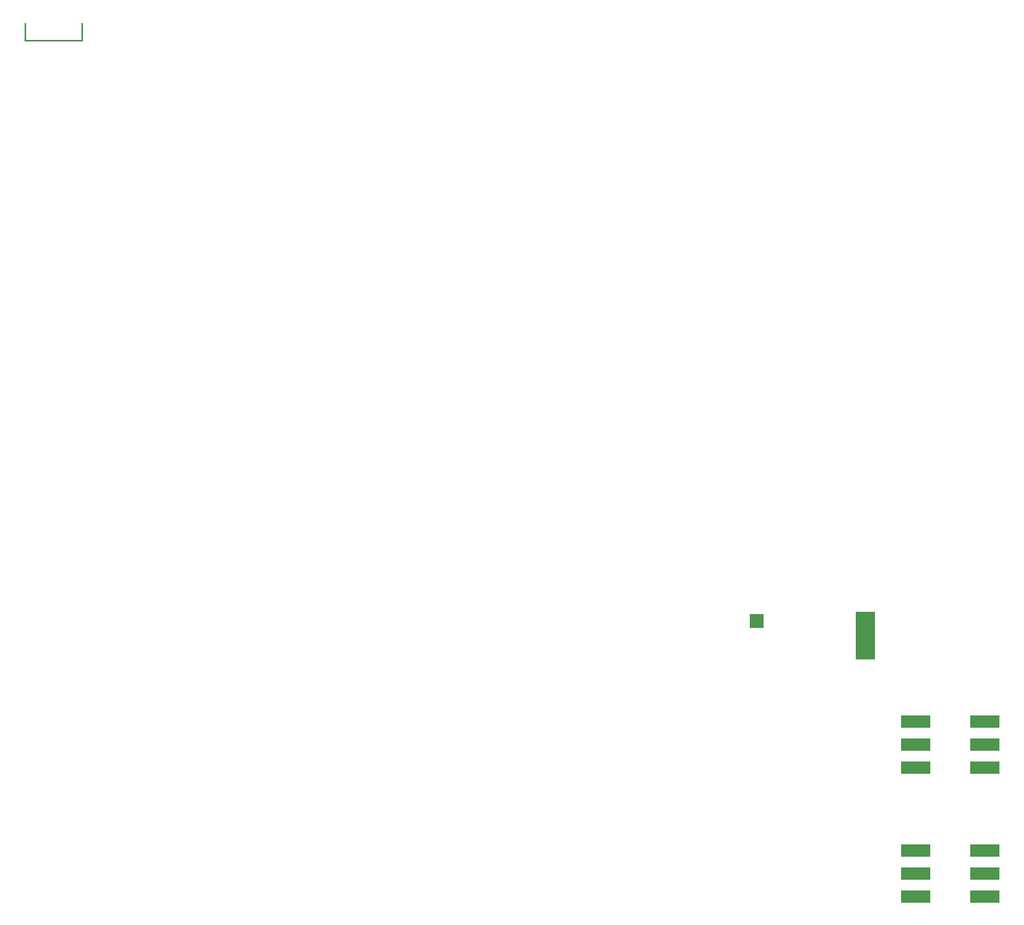
<source format=gko>
G04*
G04 #@! TF.GenerationSoftware,Altium Limited,Altium Designer,23.4.1 (23)*
G04*
G04 Layer_Color=16711935*
%FSLAX25Y25*%
%MOIN*%
G70*
G04*
G04 #@! TF.SameCoordinates,6A7C3DE4-8593-4091-87D5-6454EB1C75A9*
G04*
G04*
G04 #@! TF.FilePolarity,Positive*
G04*
G01*
G75*
%ADD693C,0.00598*%
%ADD694R,0.13100X0.05400*%
G36*
X480091Y178112D02*
X474186D01*
Y184018D01*
X480091D01*
Y178112D01*
D02*
G37*
G36*
X528516Y164332D02*
X520052D01*
Y185199D01*
X528516D01*
Y164332D01*
D02*
G37*
D693*
X159612Y432965D02*
Y440839D01*
Y432965D02*
X184416D01*
Y440839D01*
X159612Y432965D02*
Y440839D01*
Y432965D02*
X184416D01*
Y440839D01*
D694*
X546072Y117268D02*
D03*
Y127268D02*
D03*
Y137268D02*
D03*
X576072Y117268D02*
D03*
Y127268D02*
D03*
X576072Y137268D02*
D03*
X546072Y61304D02*
D03*
Y71304D02*
D03*
Y81304D02*
D03*
X576072Y61304D02*
D03*
Y71304D02*
D03*
X576072Y81304D02*
D03*
M02*

</source>
